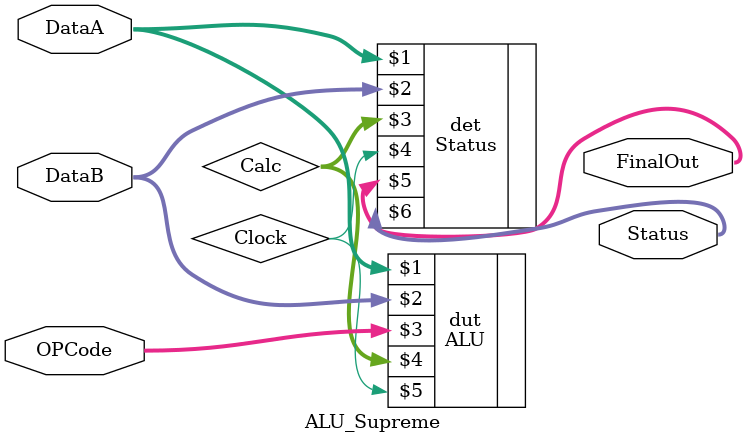
<source format=v>
module ALU_Supreme(DataA, DataB, OPCode, FinalOut, Status);

input [31:0] DataA, DataB;
input [2:0] OPCode;

wire [32:0] Calc;
output [31:0] FinalOut;
output [3:0] Status;
wire Clock;

ALU dut (DataA, DataB, OPCode, Calc, Clock);
Status det (DataA, DataB, Calc, Clock, FinalOut, Status);

endmodule

</source>
